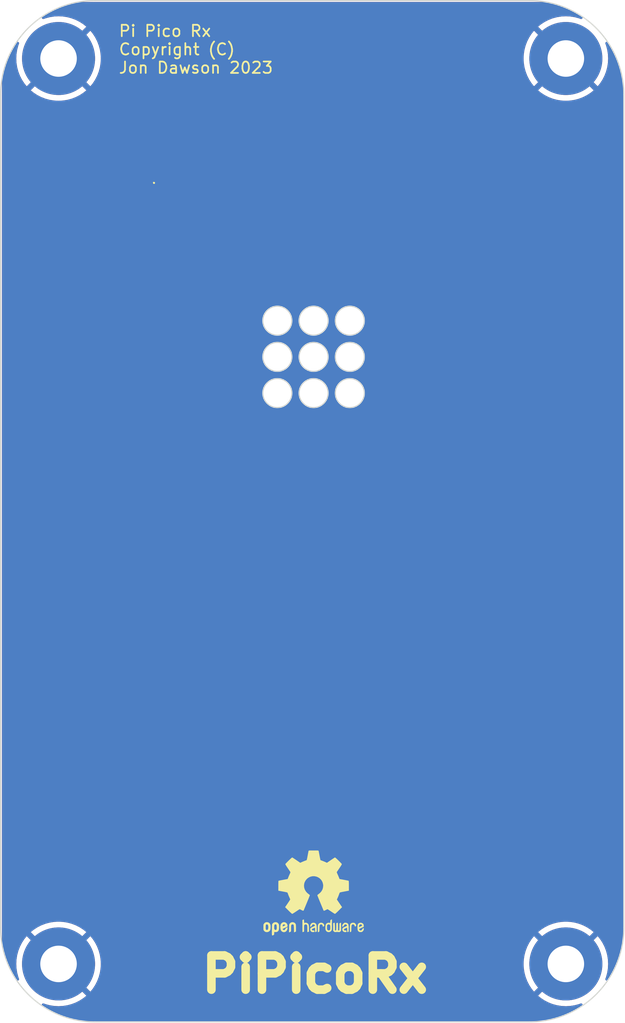
<source format=kicad_pcb>
(kicad_pcb (version 20221018) (generator pcbnew)
  (layers (0 "F.Cu" signal) (31 "B.Cu" signal) (34 "B.Paste" user) (35 "F.Paste" user) (36 "B.SilkS" user "B.Silkscreen") (37 "F.SilkS" user "F.Silkscreen") (38 "B.Mask" user) (39 "F.Mask" user) (44 "Edge.Cuts" user))
  (net 0 "")
  (net 1 "GND")
  (footprint "MountingHole:MountingHole_3.2mm_M3_Pad" (layer "F.Cu") (at 129.417834 133.227834)
    (fp_text reference "H3" hide)
    (fp_text value "MountingHole_Pad" hide)
    (pad "1" thru_hole circle (at 0 0) (size 6.4 6.4) (drill 3.2) (layers "*.Cu" "*.Mask") (net 1 "GND"))
  )
  (footprint "MountingHole:MountingHole_3.2mm_M3_Pad" (layer "F.Cu") (at 129.417834 53.852834)
    (fp_text reference "H1" hide)
    (fp_text value "MountingHole_Pad" hide)
    (pad "1" thru_hole circle (at 0 0) (size 6.4 6.4) (drill 3.2) (layers "*.Cu" "*.Mask") (net 1 "GND"))
  )
  (footprint "Symbol:OSHW-Logo2_9.8x8mm_SilkScreen" (layer "F.Cu") (at 151.765 127)
    (fp_text reference "REF**" hide)
    (fp_text value "OSHW-Logo2_9.8x8mm_SilkScreen" hide)
    (fp_poly (pts (xy 3.570807 2.636782) (xy 3.594161 2.646988) (xy 3.649902 2.691134) (xy 3.697569 2.754967) (xy 3.727048 2.823087) (xy 3.731846 2.85667) (xy 3.71576 2.903556) (xy 3.680475 2.928365) (xy 3.642644 2.943387) (xy 3.625321 2.946155) (xy 3.616886 2.926066) (xy 3.60023 2.882351) (xy 3.592923 2.862598) (xy 3.551948 2.794271) (xy 3.492622 2.760191) (xy 3.416552 2.761239) (xy 3.410918 2.762581) (xy 3.370305 2.781836) (xy 3.340448 2.819375) (xy 3.320055 2.879809) (xy 3.307836 2.967751) (xy 3.3025 3.087813) (xy 3.302 3.151698) (xy 3.301752 3.252403) (xy 3.300126 3.321054) (xy 3.295801 3.364673) (xy 3.287454 3.390282) (xy 3.273765 3.404903) (xy 3.253411 3.415558) (xy 3.252234 3.416095) (xy 3.213038 3.432667) (xy 3.193619 3.438769) (xy 3.190635 3.420319) (xy 3.188081 3.369323) (xy 3.18614 3.292308) (xy 3.184997 3.195805) (xy 3.184769 3.125184) (xy 3.185932 2.988525) (xy 3.190479 2.884851) (xy 3.199999 2.808108) (xy 3.216081 2.752246) (xy 3.240313 2.711212) (xy 3.274286 2.678954) (xy 3.307833 2.65644) (xy 3.388499 2.626476) (xy 3.482381 2.619718) (xy 3.570807 2.636782)) (stroke (width 0.01)) (fill solid) (layer "F.SilkS"))
    (fp_poly (pts (xy -1.728336 2.595089) (xy -1.665633 2.631358) (xy -1.622039 2.667358) (xy -1.590155 2.705075) (xy -1.56819 2.751199) (xy -1.554351 2.812421) (xy -1.546847 2.895431) (xy -1.543883 3.006919) (xy -1.543539 3.087062) (xy -1.543539 3.382065) (xy -1.709615 3.456515) (xy -1.719385 3.133402) (xy -1.723421 3.012729) (xy -1.727656 2.925141) (xy -1.732903 2.86465) (xy -1.739975 2.825268) (xy -1.749689 2.801007) (xy -1.762856 2.78588) (xy -1.767081 2.782606) (xy -1.831091 2.757034) (xy -1.895792 2.767153) (xy -1.934308 2.794) (xy -1.949975 2.813024) (xy -1.96082 2.837988) (xy -1.967712 2.875834) (xy -1.971521 2.933502) (xy -1.973117 3.017935) (xy -1.973385 3.105928) (xy -1.973437 3.216323) (xy -1.975328 3.294463) (xy -1.981655 3.347165) (xy -1.995017 3.381242) (xy -2.018015 3.403511) (xy -2.053246 3.420787) (xy -2.100303 3.438738) (xy -2.151697 3.458278) (xy -2.145579 3.111485) (xy -2.143116 2.986468) (xy -2.140233 2.894082) (xy -2.136102 2.827881) (xy -2.129893 2.78142) (xy -2.120774 2.748256) (xy -2.107917 2.721944) (xy -2.092416 2.698729) (xy -2.017629 2.624569) (xy -1.926372 2.581684) (xy -1.827117 2.571412) (xy -1.728336 2.595089)) (stroke (width 0.01)) (fill solid) (layer "F.SilkS"))
    (fp_poly (pts (xy 0.713362 2.62467) (xy 0.802117 2.657421) (xy 0.874022 2.71535) (xy 0.902144 2.756128) (xy 0.932802 2.830954) (xy 0.932165 2.885058) (xy 0.899987 2.921446) (xy 0.888081 2.927633) (xy 0.836675 2.946925) (xy 0.810422 2.941982) (xy 0.80153 2.909587) (xy 0.801077 2.891692) (xy 0.784797 2.825859) (xy 0.742365 2.779807) (xy 0.683388 2.757564) (xy 0.617475 2.763161) (xy 0.563895 2.792229) (xy 0.545798 2.80881) (xy 0.532971 2.828925) (xy 0.524306 2.859332) (xy 0.518696 2.906788) (xy 0.515035 2.97805) (xy 0.512215 3.079875) (xy 0.511484 3.112115) (xy 0.50882 3.22241) (xy 0.505792 3.300036) (xy 0.50125 3.351396) (xy 0.494046 3.38289) (xy 0.483033 3.40092) (xy 0.46706 3.411888) (xy 0.456834 3.416733) (xy 0.413406 3.433301) (xy 0.387842 3.438769) (xy 0.379395 3.420507) (xy 0.374239 3.365296) (xy 0.372346 3.272499) (xy 0.373689 3.141478) (xy 0.374107 3.121269) (xy 0.377058 3.001733) (xy 0.380548 2.914449) (xy 0.385514 2.852591) (xy 0.392893 2.809336) (xy 0.403624 2.77786) (xy 0.418645 2.751339) (xy 0.426502 2.739975) (xy 0.471553 2.689692) (xy 0.52194 2.650581) (xy 0.528108 2.647167) (xy 0.618458 2.620212) (xy 0.713362 2.62467)) (stroke (width 0.01)) (fill solid) (layer "F.SilkS"))
    (fp_poly (pts (xy -0.840154 2.49212) (xy -0.834428 2.57198) (xy -0.827851 2.619039) (xy -0.818738 2.639566) (xy -0.805402 2.639829) (xy -0.801077 2.637378) (xy -0.743556 2.619636) (xy -0.668732 2.620672) (xy -0.592661 2.63891) (xy -0.545082 2.662505) (xy -0.496298 2.700198) (xy -0.460636 2.742855) (xy -0.436155 2.797057) (xy -0.420913 2.869384) (xy -0.41297 2.966419) (xy -0.410384 3.094742) (xy -0.410338 3.119358) (xy -0.410308 3.39587) (xy -0.471839 3.41732) (xy -0.515541 3.431912) (xy -0.539518 3.438706) (xy -0.540223 3.438769) (xy -0.542585 3.420345) (xy -0.544594 3.369526) (xy -0.546099 3.292993) (xy -0.546947 3.19743) (xy -0.547077 3.139329) (xy -0.547349 3.024771) (xy -0.548748 2.942667) (xy -0.552151 2.886393) (xy -0.558433 2.849326) (xy -0.568471 2.824844) (xy -0.583139 2.806325) (xy -0.592298 2.797406) (xy -0.655211 2.761466) (xy -0.723864 2.758775) (xy -0.786152 2.78917) (xy -0.797671 2.800144) (xy -0.814567 2.820779) (xy -0.826286 2.845256) (xy -0.833767 2.880647) (xy -0.837946 2.934026) (xy -0.839763 3.012466) (xy -0.840154 3.120617) (xy -0.840154 3.39587) (xy -0.901685 3.41732) (xy -0.945387 3.431912) (xy -0.969364 3.438706) (xy -0.97007 3.438769) (xy -0.971874 3.420069) (xy -0.9735 3.367322) (xy -0.974883 3.285557) (xy -0.975958 3.179805) (xy -0.97666 3.055094) (xy -0.976923 2.916455) (xy -0.976923 2.381806) (xy -0.849923 2.328236) (xy -0.840154 2.49212)) (stroke (width 0.01)) (fill solid) (layer "F.SilkS"))
    (fp_poly (pts (xy 2.395929 2.636662) (xy 2.398911 2.688068) (xy 2.401247 2.766192) (xy 2.402749 2.864857) (xy 2.403231 2.968343) (xy 2.403231 3.318533) (xy 2.341401 3.380363) (xy 2.298793 3.418462) (xy 2.26139 3.433895) (xy 2.21027 3.432918) (xy 2.189978 3.430433) (xy 2.126554 3.4232) (xy 2.074095 3.419055) (xy 2.061308 3.418672) (xy 2.018199 3.421176) (xy 1.956544 3.427462) (xy 1.932638 3.430433) (xy 1.873922 3.435028) (xy 1.834464 3.425046) (xy 1.795338 3.394228) (xy 1.781215 3.380363) (xy 1.719385 3.318533) (xy 1.719385 2.663503) (xy 1.76915 2.640829) (xy 1.812002 2.624034) (xy 1.837073 2.618154) (xy 1.843501 2.636736) (xy 1.849509 2.688655) (xy 1.854697 2.768172) (xy 1.858664 2.869546) (xy 1.860577 2.955192) (xy 1.865923 3.292231) (xy 1.91256 3.298825) (xy 1.954976 3.294214) (xy 1.97576 3.279287) (xy 1.98157 3.251377) (xy 1.98653 3.191925) (xy 1.990246 3.108466) (xy 1.992324 3.008532) (xy 1.992624 2.957104) (xy 1.992923 2.661054) (xy 2.054454 2.639604) (xy 2.098004 2.62502) (xy 2.121694 2.618219) (xy 2.122377 2.618154) (xy 2.124754 2.636642) (xy 2.127366 2.687906) (xy 2.129995 2.765649) (xy 2.132421 2.863574) (xy 2.134115 2.955192) (xy 2.139461 3.292231) (xy 2.256692 3.292231) (xy 2.262072 2.984746) (xy 2.267451 2.677261) (xy 2.324601 2.647707) (xy 2.366797 2.627413) (xy 2.39177 2.618204) (xy 2.392491 2.618154) (xy 2.395929 2.636662)) (stroke (width 0.01)) (fill solid) (layer "F.SilkS"))
    (fp_poly (pts (xy -3.983114 2.587256) (xy -3.891536 2.635409) (xy -3.823951 2.712905) (xy -3.799943 2.762727) (xy -3.781262 2.837533) (xy -3.771699 2.932052) (xy -3.770792 3.03521) (xy -3.778079 3.135935) (xy -3.793097 3.223153) (xy -3.815385 3.285791) (xy -3.822235 3.296579) (xy -3.903368 3.377105) (xy -3.999734 3.425336) (xy -4.104299 3.43945) (xy -4.210032 3.417629) (xy -4.239457 3.404547) (xy -4.296759 3.364231) (xy -4.34705 3.310775) (xy -4.351803 3.303995) (xy -4.371122 3.271321) (xy -4.383892 3.236394) (xy -4.391436 3.190414) (xy -4.395076 3.124584) (xy -4.396135 3.030105) (xy -4.396154 3.008923) (xy -4.396106 3.002182) (xy -4.200769 3.002182) (xy -4.199632 3.091349) (xy -4.195159 3.15052) (xy -4.185754 3.188741) (xy -4.169824 3.215053) (xy -4.161692 3.223846) (xy -4.114942 3.257261) (xy -4.069553 3.255737) (xy -4.02366 3.226752) (xy -3.996288 3.195809) (xy -3.980077 3.150643) (xy -3.970974 3.07942) (xy -3.970349 3.071114) (xy -3.968796 2.942037) (xy -3.985035 2.846172) (xy -4.018848 2.784107) (xy -4.070016 2.756432) (xy -4.08828 2.754923) (xy -4.13624 2.762513) (xy -4.169047 2.788808) (xy -4.189105 2.839095) (xy -4.198822 2.918664) (xy -4.200769 3.002182) (xy -4.396106 3.002182) (xy -4.395426 2.908249) (xy -4.392371 2.837906) (xy -4.385678 2.789163) (xy -4.37404 2.753288) (xy -4.356147 2.721548) (xy -4.352192 2.715648) (xy -4.285733 2.636104) (xy -4.213315 2.589929) (xy -4.125151 2.571599) (xy -4.095213 2.570703) (xy -3.983114 2.587256)) (stroke (width 0.01)) (fill solid) (layer "F.SilkS"))
    (fp_poly (pts (xy 4.245224 2.647838) (xy 4.322528 2.698361) (xy 4.359814 2.74359) (xy 4.389353 2.825663) (xy 4.391699 2.890607) (xy 4.386385 2.977445) (xy 4.186115 3.065103) (xy 4.088739 3.109887) (xy 4.025113 3.145913) (xy 3.992029 3.177117) (xy 3.98628 3.207436) (xy 4.004658 3.240805) (xy 4.024923 3.262923) (xy 4.083889 3.298393) (xy 4.148024 3.300879) (xy 4.206926 3.273235) (xy 4.250197 3.21832) (xy 4.257936 3.198928) (xy 4.295006 3.138364) (xy 4.337654 3.112552) (xy 4.396154 3.090471) (xy 4.396154 3.174184) (xy 4.390982 3.23115) (xy 4.370723 3.279189) (xy 4.328262 3.334346) (xy 4.321951 3.341514) (xy 4.27472 3.390585) (xy 4.234121 3.41692) (xy 4.183328 3.429035) (xy 4.14122 3.433003) (xy 4.065902 3.433991) (xy 4.012286 3.421466) (xy 3.978838 3.402869) (xy 3.926268 3.361975) (xy 3.889879 3.317748) (xy 3.86685 3.262126) (xy 3.854359 3.187047) (xy 3.849587 3.084449) (xy 3.849206 3.032376) (xy 3.850501 2.969948) (xy 3.968471 2.969948) (xy 3.969839 3.003438) (xy 3.973249 3.008923) (xy 3.995753 3.001472) (xy 4.044182 2.981753) (xy 4.108908 2.953718) (xy 4.122443 2.947692) (xy 4.204244 2.906096) (xy 4.249312 2.869538) (xy 4.259217 2.835296) (xy 4.235526 2.800648) (xy 4.21596 2.785339) (xy 4.14536 2.754721) (xy 4.07928 2.75978) (xy 4.023959 2.797151) (xy 3.985636 2.863473) (xy 3.973349 2.916116) (xy 3.968471 2.969948) (xy 3.850501 2.969948) (xy 3.85173 2.91072) (xy 3.861032 2.82071) (xy 3.87946 2.755167) (xy 3.90936 2.706912) (xy 3.95308 2.668767) (xy 3.972141 2.65644) (xy 4.058726 2.624336) (xy 4.153522 2.622316) (xy 4.245224 2.647838)) (stroke (width 0.01)) (fill solid) (layer "F.SilkS"))
    (fp_poly (pts (xy 1.602081 2.780289) (xy 1.601833 2.92632) (xy 1.600872 3.038655) (xy 1.598794 3.122678) (xy 1.595193 3.183769) (xy 1.589665 3.227309) (xy 1.581804 3.258679) (xy 1.571207 3.283262) (xy 1.563182 3.297294) (xy 1.496728 3.373388) (xy 1.41247 3.421084) (xy 1.319249 3.438199) (xy 1.2259 3.422546) (xy 1.170312 3.394418) (xy 1.111957 3.34576) (xy 1.072186 3.286333) (xy 1.04819 3.208507) (xy 1.037161 3.104652) (xy 1.035599 3.028462) (xy 1.035809 3.022986) (xy 1.172308 3.022986) (xy 1.173141 3.110355) (xy 1.176961 3.168192) (xy 1.185746 3.206029) (xy 1.201474 3.233398) (xy 1.220266 3.254042) (xy 1.283375 3.29389) (xy 1.351137 3.297295) (xy 1.415179 3.264025) (xy 1.420164 3.259517) (xy 1.441439 3.236067) (xy 1.454779 3.208166) (xy 1.462001 3.166641) (xy 1.464923 3.102316) (xy 1.465385 3.0312) (xy 1.464383 2.941858) (xy 1.460238 2.882258) (xy 1.451236 2.843089) (xy 1.435667 2.81504) (xy 1.422902 2.800144) (xy 1.3636 2.762575) (xy 1.295301 2.758057) (xy 1.23011 2.786753) (xy 1.217528 2.797406) (xy 1.196111 2.821063) (xy 1.182744 2.849251) (xy 1.175566 2.891245) (xy 1.172719 2.956319) (xy 1.172308 3.022986) (xy 1.035809 3.022986) (xy 1.040322 2.905765) (xy 1.056362 2.813577) (xy 1.086528 2.744269) (xy 1.133629 2.690211) (xy 1.170312 2.662505) (xy 1.23699 2.632572) (xy 1.314272 2.618678) (xy 1.38611 2.622397) (xy 1.426308 2.6374) (xy 1.442082 2.64167) (xy 1.45255 2.62575) (xy 1.459856 2.583089) (xy 1.465385 2.518106) (xy 1.471437 2.445732) (xy 1.479844 2.402187) (xy 1.495141 2.377287) (xy 1.521864 2.360845) (xy 1.538654 2.353564) (xy 1.602154 2.326963) (xy 1.602081 2.780289)) (stroke (width 0.01)) (fill solid) (layer "F.SilkS"))
    (fp_poly (pts (xy -2.465746 2.599745) (xy -2.388714 2.651567) (xy -2.329184 2.726412) (xy -2.293622 2.821654) (xy -2.286429 2.891756) (xy -2.287246 2.921009) (xy -2.294086 2.943407) (xy -2.312888 2.963474) (xy -2.349592 2.985733) (xy -2.410138 3.014709) (xy -2.500466 3.054927) (xy -2.500923 3.055129) (xy -2.584067 3.09321) (xy -2.652247 3.127025) (xy -2.698495 3.152933) (xy -2.715842 3.167295) (xy -2.715846 3.167411) (xy -2.700557 3.198685) (xy -2.664804 3.233157) (xy -2.623758 3.25799) (xy -2.602963 3.262923) (xy -2.54623 3.245862) (xy -2.497373 3.203133) (xy -2.473535 3.156155) (xy -2.450603 3.121522) (xy -2.405682 3.082081) (xy -2.352877 3.048009) (xy -2.30629 3.02948) (xy -2.296548 3.028462) (xy -2.285582 3.045215) (xy -2.284921 3.088039) (xy -2.29298 3.145781) (xy -2.308173 3.207289) (xy -2.328914 3.261409) (xy -2.329962 3.26351) (xy -2.392379 3.35066) (xy -2.473274 3.409939) (xy -2.565144 3.439034) (xy -2.660487 3.435634) (xy -2.751802 3.397428) (xy -2.755862 3.394741) (xy -2.827694 3.329642) (xy -2.874927 3.244705) (xy -2.901066 3.133021) (xy -2.904574 3.101643) (xy -2.910787 2.953536) (xy -2.903339 2.884468) (xy -2.715846 2.884468) (xy -2.71341 2.927552) (xy -2.700086 2.940126) (xy -2.666868 2.930719) (xy -2.614506 2.908483) (xy -2.555976 2.88061) (xy -2.554521 2.879872) (xy -2.504911 2.853777) (xy -2.485 2.836363) (xy -2.48991 2.818107) (xy -2.510584 2.79412) (xy -2.563181 2.759406) (xy -2.619823 2.756856) (xy -2.670631 2.782119) (xy -2.705724 2.830847) (xy -2.715846 2.884468) (xy -2.903339 2.884468) (xy -2.898008 2.835036) (xy -2.865222 2.741055) (xy -2.819579 2.675215) (xy -2.737198 2.608681) (xy -2.646454 2.575676) (xy -2.553815 2.573573) (xy -2.465746 2.599745)) (stroke (width 0.01)) (fill solid) (layer "F.SilkS"))
    (fp_poly (pts (xy 0.053501 2.626303) (xy 0.13006 2.654733) (xy 0.130936 2.655279) (xy 0.178285 2.690127) (xy 0.213241 2.730852) (xy 0.237825 2.783925) (xy 0.254062 2.855814) (xy 0.263975 2.952992) (xy 0.269586 3.081928) (xy 0.270077 3.100298) (xy 0.277141 3.377287) (xy 0.217695 3.408028) (xy 0.174681 3.428802) (xy 0.14871 3.438646) (xy 0.147509 3.438769) (xy 0.143014 3.420606) (xy 0.139444 3.371612) (xy 0.137248 3.300031) (xy 0.136769 3.242068) (xy 0.136758 3.14817) (xy 0.132466 3.089203) (xy 0.117503 3.061079) (xy 0.085482 3.059706) (xy 0.030014 3.080998) (xy -0.053731 3.120136) (xy -0.115311 3.152643) (xy -0.146983 3.180845) (xy -0.156294 3.211582) (xy -0.156308 3.213104) (xy -0.140943 3.266054) (xy -0.095453 3.29466) (xy -0.025834 3.298803) (xy 0.024313 3.298084) (xy 0.050754 3.312527) (xy 0.067243 3.347218) (xy 0.076733 3.391416) (xy 0.063057 3.416493) (xy 0.057907 3.420082) (xy 0.009425 3.434496) (xy -0.058469 3.436537) (xy -0.128388 3.426983) (xy -0.177932 3.409522) (xy -0.24643 3.351364) (xy -0.285366 3.270408) (xy -0.293077 3.20716) (xy -0.287193 3.150111) (xy -0.265899 3.103542) (xy -0.223735 3.062181) (xy -0.155241 3.020755) (xy -0.054956 2.973993) (xy -0.048846 2.97135) (xy 0.04149 2.929617) (xy 0.097235 2.895391) (xy 0.121129 2.864635) (xy 0.115913 2.833311) (xy 0.084328 2.797383) (xy 0.074883 2.789116) (xy 0.011617 2.757058) (xy -0.053936 2.758407) (xy -0.111028 2.789838) (xy -0.148907 2.848024) (xy -0.152426 2.859446) (xy -0.1867 2.914837) (xy -0.230191 2.941518) (xy -0.293077 2.96796) (xy -0.293077 2.899548) (xy -0.273948 2.80011) (xy -0.217169 2.708902) (xy -0.187622 2.678389) (xy -0.120458 2.639228) (xy -0.035044 2.6215) (xy 0.053501 2.626303)) (stroke (width 0.01)) (fill solid) (layer "F.SilkS"))
    (fp_poly (pts (xy -3.231114 2.584505) (xy -3.156461 2.621727) (xy -3.090569 2.690261) (xy -3.072423 2.715648) (xy -3.052655 2.748866) (xy -3.039828 2.784945) (xy -3.03249 2.833098) (xy -3.029187 2.902536) (xy -3.028462 2.994206) (xy -3.031737 3.11983) (xy -3.043123 3.214154) (xy -3.064959 3.284523) (xy -3.099581 3.338286) (xy -3.14933 3.382788) (xy -3.152986 3.385423) (xy -3.202015 3.412377) (xy -3.261055 3.425712) (xy -3.336141 3.429) (xy -3.458205 3.429) (xy -3.458256 3.547497) (xy -3.459392 3.613492) (xy -3.466314 3.652202) (xy -3.484402 3.675419) (xy -3.519038 3.694933) (xy -3.527355 3.69892) (xy -3.56628 3.717603) (xy -3.596417 3.729403) (xy -3.618826 3.730422) (xy -3.634567 3.716761) (xy -3.644698 3.684522) (xy -3.650277 3.629804) (xy -3.652365 3.548711) (xy -3.652019 3.437344) (xy -3.6503 3.291802) (xy -3.649763 3.248269) (xy -3.647828 3.098205) (xy -3.646096 3.000042) (xy -3.458308 3.000042) (xy -3.457252 3.083364) (xy -3.452562 3.13788) (xy -3.441949 3.173837) (xy -3.423128 3.201482) (xy -3.41035 3.214965) (xy -3.35811 3.254417) (xy -3.311858 3.257628) (xy -3.264133 3.225049) (xy -3.262923 3.223846) (xy -3.243506 3.198668) (xy -3.231693 3.164447) (xy -3.225735 3.111748) (xy -3.22388 3.031131) (xy -3.223846 3.013271) (xy -3.22833 2.902175) (xy -3.242926 2.825161) (xy -3.26935 2.778147) (xy -3.309317 2.75705) (xy -3.332416 2.754923) (xy -3.387238 2.7649) (xy -3.424842 2.797752) (xy -3.447477 2.857857) (xy -3.457394 2.949598) (xy -3.458308 3.000042) (xy -3.646096 3.000042) (xy -3.645778 2.98206) (xy -3.643127 2.894679) (xy -3.639394 2.830905) (xy -3.634093 2.785582) (xy -3.626742 2.753555) (xy -3.616857 2.729668) (xy -3.603954 2.708764) (xy -3.598421 2.700898) (xy -3.525031 2.626595) (xy -3.43224 2.584467) (xy -3.324904 2.572722) (xy -3.231114 2.584505)) (stroke (width 0.01)) (fill solid) (layer "F.SilkS"))
    (fp_poly (pts (xy 2.887333 2.633528) (xy 2.94359 2.659117) (xy 2.987747 2.690124) (xy 3.020101 2.724795) (xy 3.042438 2.76952) (xy 3.056546 2.830692) (xy 3.064211 2.914701) (xy 3.06722 3.02794) (xy 3.067538 3.102509) (xy 3.067538 3.39342) (xy 3.017773 3.416095) (xy 2.978576 3.432667) (xy 2.959157 3.438769) (xy 2.955442 3.42061) (xy 2.952495 3.371648) (xy 2.950691 3.300153) (xy 2.950308 3.243385) (xy 2.948661 3.161371) (xy 2.944222 3.096309) (xy 2.93774 3.056467) (xy 2.93259 3.048) (xy 2.897977 3.056646) (xy 2.84364 3.078823) (xy 2.780722 3.108886) (xy 2.720368 3.141192) (xy 2.673721 3.170098) (xy 2.651926 3.189961) (xy 2.651839 3.190175) (xy 2.653714 3.226935) (xy 2.670525 3.262026) (xy 2.700039 3.290528) (xy 2.743116 3.300061) (xy 2.779932 3.29895) (xy 2.832074 3.298133) (xy 2.859444 3.310349) (xy 2.875882 3.342624) (xy 2.877955 3.34871) (xy 2.885081 3.394739) (xy 2.866024 3.422687) (xy 2.816353 3.436007) (xy 2.762697 3.43847) (xy 2.666142 3.42021) (xy 2.616159 3.394131) (xy 2.554429 3.332868) (xy 2.52169 3.25767) (xy 2.518753 3.178211) (xy 2.546424 3.104167) (xy 2.588047 3.057769) (xy 2.629604 3.031793) (xy 2.694922 2.998907) (xy 2.771038 2.965557) (xy 2.783726 2.960461) (xy 2.867333 2.923565) (xy 2.91553 2.891046) (xy 2.93103 2.858718) (xy 2.91655 2.822394) (xy 2.891692 2.794) (xy 2.832939 2.759039) (xy 2.768293 2.756417) (xy 2.709008 2.783358) (xy 2.666339 2.837088) (xy 2.660739 2.85095) (xy 2.628133 2.901936) (xy 2.58053 2.939787) (xy 2.520461 2.97085) (xy 2.520461 2.882768) (xy 2.523997 2.828951) (xy 2.539156 2.786534) (xy 2.572768 2.741279) (xy 2.605035 2.70642) (xy 2.655209 2.657062) (xy 2.694193 2.630547) (xy 2.736064 2.619911) (xy 2.78346 2.618154) (xy 2.887333 2.633528)) (stroke (width 0.01)) (fill solid) (layer "F.SilkS"))
    (fp_poly (pts (xy 0.139878 -3.712224) (xy 0.245612 -3.711645) (xy 0.322132 -3.710078) (xy 0.374372 -3.707028) (xy 0.407263 -3.702004) (xy 0.425737 -3.694511) (xy 0.434727 -3.684056) (xy 0.439163 -3.670147) (xy 0.439594 -3.668346) (xy 0.446333 -3.635855) (xy 0.458808 -3.571748) (xy 0.475719 -3.482849) (xy 0.495771 -3.375981) (xy 0.517664 -3.257967) (xy 0.518429 -3.253822) (xy 0.540359 -3.138169) (xy 0.560877 -3.035986) (xy 0.578659 -2.953402) (xy 0.592381 -2.896544) (xy 0.600718 -2.871542) (xy 0.601116 -2.871099) (xy 0.625677 -2.85889) (xy 0.676315 -2.838544) (xy 0.742095 -2.814455) (xy 0.742461 -2.814326) (xy 0.825317 -2.783182) (xy 0.923 -2.743509) (xy 1.015077 -2.703619) (xy 1.019434 -2.701647) (xy 1.169407 -2.63358) (xy 1.501498 -2.860361) (xy 1.603374 -2.929496) (xy 1.695657 -2.991303) (xy 1.773003 -3.042267) (xy 1.830064 -3.078873) (xy 1.861495 -3.097606) (xy 1.864479 -3.098996) (xy 1.887321 -3.09281) (xy 1.929982 -3.062965) (xy 1.994128 -3.008053) (xy 2.081421 -2.926666) (xy 2.170535 -2.840078) (xy 2.256441 -2.754753) (xy 2.333327 -2.676892) (xy 2.396564 -2.611303) (xy 2.441523 -2.562795) (xy 2.463576 -2.536175) (xy 2.464396 -2.534805) (xy 2.466834 -2.516537) (xy 2.45765 -2.486705) (xy 2.434574 -2.441279) (xy 2.395337 -2.37623) (xy 2.33767 -2.28753) (xy 2.260795 -2.173343) (xy 2.19257 -2.072838) (xy 2.131582 -1.982697) (xy 2.081356 -1.908151) (xy 2.045416 -1.854435) (xy 2.027287 -1.826782) (xy 2.026146 -1.824905) (xy 2.028359 -1.79841) (xy 2.045138 -1.746914) (xy 2.073142 -1.680149) (xy 2.083122 -1.658828) (xy 2.126672 -1.563841) (xy 2.173134 -1.456063) (xy 2.210877 -1.362808) (xy 2.238073 -1.293594) (xy 2.259675 -1.240994) (xy 2.272158 -1.213503) (xy 2.273709 -1.211384) (xy 2.296668 -1.207876) (xy 2.350786 -1.198262) (xy 2.428868 -1.183911) (xy 2.523719 -1.166193) (xy 2.628143 -1.146475) (xy 2.734944 -1.126126) (xy 2.836926 -1.106514) (xy 2.926894 -1.089009) (xy 2.997653 -1.074978) (xy 3.042006 -1.065791) (xy 3.052885 -1.063193) (xy 3.064122 -1.056782) (xy 3.072605 -1.042303) (xy 3.078714 -1.014867) (xy 3.082832 -0.969589) (xy 3.085341 -0.90158) (xy 3.086621 -0.805953) (xy 3.087054 -0.67782) (xy 3.087077 -0.625299) (xy 3.087077 -0.198155) (xy 2.9845 -0.177909) (xy 2.927431 -0.16693) (xy 2.842269 -0.150905) (xy 2.739372 -0.131767) (xy 2.629096 -0.111449) (xy 2.598615 -0.105868) (xy 2.496855 -0.086083) (xy 2.408205 -0.066627) (xy 2.340108 -0.049303) (xy 2.300004 -0.035912) (xy 2.293323 -0.031921) (xy 2.276919 -0.003658) (xy 2.253399 0.051109) (xy 2.227316 0.121588) (xy 2.222142 0.136769) (xy 2.187956 0.230896) (xy 2.145523 0.337101) (xy 2.103997 0.432473) (xy 2.103792 0.432916) (xy 2.03464 0.582525) (xy 2.489512 1.251617) (xy 2.1975 1.544116) (xy 2.10918 1.63117) (xy 2.028625 1.707909) (xy 1.96036 1.770237) (xy 1.908908 1.814056) (xy 1.878794 1.83527) (xy 1.874474 1.836616) (xy 1.849111 1.826016) (xy 1.797358 1.796547) (xy 1.724868 1.751705) (xy 1.637294 1.694984) (xy 1.542612 1.631462) (xy 1.446516 1.566668) (xy 1.360837 1.510287) (xy 1.291016 1.465788) (xy 1.242494 1.436639) (xy 1.220782 1.426308) (xy 1.194293 1.43505) (xy 1.144062 1.458087) (xy 1.080451 1.490631) (xy 1.073708 1.494249) (xy 0.988046 1.53721) (xy 0.929306 1.558279) (xy 0.892772 1.558503) (xy 0.873731 1.538928) (xy 0.87362 1.538654) (xy 0.864102 1.515472) (xy 0.841403 1.460441) (xy 0.807282 1.377822) (xy 0.7635 1.271872) (xy 0.711816 1.146852) (xy 0.653992 1.00702) (xy 0.597991 0.871637) (xy 0.536447 0.722234) (xy 0.479939 0.583832) (xy 0.430161 0.460673) (xy 0.388806 0.357002) (xy 0.357568 0.277059) (xy 0.338141 0.225088) (xy 0.332154 0.205692) (xy 0.347168 0.183443) (xy 0.386439 0.147982) (xy 0.438807 0.108887) (xy 0.587941 -0.014755) (xy 0.704511 -0.156478) (xy 0.787118 -0.313296) (xy 0.834366 -0.482225) (xy 0.844857 -0.660278) (xy 0.837231 -0.742461) (xy 0.795682 -0.912969) (xy 0.724123 -1.063541) (xy 0.626995 -1.192691) (xy 0.508734 -1.298936) (xy 0.37378 -1.38079) (xy 0.226571 -1.436768) (xy 0.071544 -1.465385) (xy -0.086861 -1.465156) (xy -0.244206 -1.434595) (xy -0.396054 -1.372218) (xy -0.537965 -1.27654) (xy -0.597197 -1.222428) (xy -0.710797 -1.08348) (xy -0.789894 -0.931639) (xy -0.835014 -0.771333) (xy -0.846684 -0.606988) (xy -0.825431 -0.443029) (xy -0.77178 -0.283882) (xy -0.68626 -0.133975) (xy -0.569395 0.002267) (xy -0.438807 0.108887) (xy -0.384412 0.149642) (xy -0.345986 0.184718) (xy -0.332154 0.205726) (xy -0.339397 0.228635) (xy -0.359995 0.283365) (xy -0.392254 0.365672) (xy -0.434479 0.471315) (xy -0.484977 0.59605) (xy -0.542052 0.735636) (xy -0.598146 0.87167) (xy -0.660033 1.021201) (xy -0.717356 1.159767) (xy -0.768356 1.283107) (xy -0.811273 1.386964) (xy -0.844347 1.46708) (xy -0.865819 1.519195) (xy -0.873775 1.538654) (xy -0.892571 1.558423) (xy -0.928926 1.558365) (xy -0.987521 1.537441) (xy -1.073032 1.494613) (xy -1.073708 1.494249) (xy -1.138093 1.461012) (xy -1.190139 1.436802) (xy -1.219488 1.426404) (xy -1.220783 1.426308) (xy -1.242876 1.436855) (xy -1.291652 1.466184) (xy -1.361669 1.510827) (xy -1.447486 1.567314) (xy -1.542612 1.631462) (xy -1.63946 1.696411) (xy -1.726747 1.752896) (xy -1.798819 1.797421) (xy -1.850023 1.82649) (xy -1.874474 1.836616) (xy -1.89699 1.823307) (xy -1.942258 1.786112) (xy -2.005756 1.729128) (xy -2.082961 1.656449) (xy -2.169349 1.572171) (xy -2.197601 1.544016) (xy -2.489713 1.251416) (xy -2.267369 0.925104) (xy -2.199798 0.824897) (xy -2.140493 0.734963) (xy -2.092783 0.66051) (xy -2.059993 0.606751) (xy -2.045452 0.578894) (xy -2.045026 0.576912) (xy -2.052692 0.550655) (xy -2.073311 0.497837) (xy -2.103315 0.42731) (xy -2.124375 0.380093) (xy -2.163752 0.289694) (xy -2.200835 0.198366) (xy -2.229585 0.1212) (xy -2.237395 0.097692) (xy -2.259583 0.034916) (xy -2.281273 -0.013589) (xy -2.293187 -0.031921) (xy -2.319477 -0.043141) (xy -2.376858 -0.059046) (xy -2.457882 -0.077833) (xy -2.555105 -0.097701) (xy -2.598615 -0.105868) (xy -2.709104 -0.126171) (xy -2.815084 -0.14583) (xy -2.906199 -0.162912) (xy -2.972092 -0.175482) (xy -2.9845 -0.177909) (xy -3.087077 -0.198155) (xy -3.087077 -0.625299) (xy -3.086847 -0.765754) (xy -3.085901 -0.872021) (xy -3.083859 -0.948987) (xy -3.080338 -1.00154) (xy -3.074957 -1.034567) (xy -3.067334 -1.052955) (xy -3.057088 -1.061592) (xy -3.052885 -1.063193) (xy -3.02753 -1.068873) (xy -2.971516 -1.080205) (xy -2.892036 -1.095821) (xy -2.796288 -1.114353) (xy -2.691467 -1.134431) (xy -2.584768 -1.154688) (xy -2.483387 -1.173754) (xy -2.394521 -1.190261) (xy -2.325363 -1.202841) (xy -2.283111 -1.210125) (xy -2.27371 -1.211384) (xy -2.265193 -1.228237) (xy -2.24634 -1.27313) (xy -2.220676 -1.33757) (xy -2.210877 -1.362808) (xy -2.171352 -1.460314) (xy -2.124808 -1.568041) (xy -2.083123 -1.658828) (xy -2.05245 -1.728247) (xy -2.032044 -1.78529) (xy -2.025232 -1.820223) (xy -2.026318 -1.824905) (xy -2.040715 -1.847009) (xy -2.073588 -1.896169) (xy -2.12141 -1.967152) (xy -2.180652 -2.054722) (xy -2.247785 -2.153643) (xy -2.261059 -2.17317) (xy -2.338954 -2.28886) (xy -2.396213 -2.376956) (xy -2.435119 -2.441514) (xy -2.457956 -2.486589) (xy -2.467006 -2.516237) (xy -2.464552 -2.534515) (xy -2.464489 -2.534631) (xy -2.445173 -2.558639) (xy -2.402449 -2.605053) (xy -2.340949 -2.669063) (xy -2.265302 -2.745855) (xy -2.180139 -2.830618) (xy -2.170535 -2.840078) (xy -2.06321 -2.944011) (xy -1.980385 -3.020325) (xy -1.920395 -3.070429) (xy -1.881577 -3.09573) (xy -1.86448 -3.098996) (xy -1.839527 -3.08475) (xy -1.787745 -3.051844) (xy -1.71448 -3.003792) (xy -1.62508 -2.94411) (xy -1.524889 -2.876312) (xy -1.501499 -2.860361) (xy -1.169407 -2.63358) (xy -1.019435 -2.701647) (xy -0.92823 -2.741315) (xy -0.830331 -2.781209) (xy -0.746169 -2.813017) (xy -0.742462 -2.814326) (xy -0.676631 -2.838424) (xy -0.625884 -2.8588) (xy -0.601158 -2.871064) (xy -0.601116 -2.871099) (xy -0.593271 -2.893266) (xy -0.579934 -2.947783) (xy -0.56243 -3.02852) (xy -0.542083 -3.12935) (xy -0.520218 -3.244144) (xy -0.518429 -3.253822) (xy -0.496496 -3.372096) (xy -0.47636 -3.479458) (xy -0.45932 -3.569083) (xy -0.446672 -3.634149) (xy -0.439716 -3.667832) (xy -0.439594 -3.668346) (xy -0.435361 -3.682675) (xy -0.427129 -3.693493) (xy -0.409967 -3.701294) (xy -0.378942 -3.706571) (xy -0.329122 -3.709818) (xy -0.255576 -3.711528) (xy -0.153371 -3.712193) (xy -0.017575 -3.712307) (xy 0 -3.712308) (xy 0.139878 -3.712224)) (stroke (width 0.01)) (fill solid) (layer "F.SilkS"))
  )
  (footprint "MountingHole:MountingHole_3.2mm_M3_Pad" (layer "F.Cu") (at 173.867834 133.227834)
    (fp_text reference "H4" hide)
    (fp_text value "MountingHole_Pad" hide)
    (pad "1" thru_hole circle (at 0 0) (size 6.4 6.4) (drill 3.2) (layers "*.Cu" "*.Mask") (net 1 "GND"))
  )
  (footprint "MountingHole:MountingHole_3.2mm_M3_Pad" (layer "F.Cu") (at 173.867834 53.852834)
    (fp_text reference "H2" hide)
    (fp_text value "MountingHole_Pad" hide)
    (pad "1" thru_hole circle (at 0 0) (size 6.4 6.4) (drill 3.2) (layers "*.Cu" "*.Mask") (net 1 "GND"))
  )
  (gr_rect (start 137.7696 64.7446) (end 137.795 64.77) (stroke (width 0.15)) (fill none) (layer "F.SilkS"))
  (gr_arc (start 178.947834 130.052834) (mid 176.529991 135.889991) (end 170.692834 138.307834) (stroke (width 0.1)) (layer "Edge.Cuts"))
  (gr_line (start 132.592834 48.772834) (end 170.692834 48.772834) (stroke (width 0.1)) (layer "Edge.Cuts"))
  (gr_circle (center 148.59 83.185) (end 149.86 83.185) (stroke (width 0.1)) (fill none) (layer "Edge.Cuts"))
  (gr_circle (center 154.94 80.01) (end 156.21 80.01) (stroke (width 0.1)) (fill none) (layer "Edge.Cuts"))
  (gr_arc (start 124.337834 57.027834) (mid 126.755669 51.190669) (end 132.592834 48.772834) (stroke (width 0.1)) (layer "Edge.Cuts"))
  (gr_line (start 132.592834 138.307834) (end 170.692834 138.307834) (stroke (width 0.1)) (layer "Edge.Cuts"))
  (gr_circle (center 148.59 80.01) (end 149.86 80.01) (stroke (width 0.1)) (fill none) (layer "Edge.Cuts"))
  (gr_line (start 124.337834 57.027834) (end 124.337834 130.052834) (stroke (width 0.1)) (layer "Edge.Cuts"))
  (gr_circle (center 154.94 83.185) (end 156.21 83.185) (stroke (width 0.1)) (fill none) (layer "Edge.Cuts"))
  (gr_circle (center 151.765 83.185) (end 153.035 83.185) (stroke (width 0.1)) (fill none) (layer "Edge.Cuts"))
  (gr_arc (start 132.592834 138.307834) (mid 126.755634 135.890015) (end 124.337834 130.052834) (stroke (width 0.1)) (layer "Edge.Cuts"))
  (gr_circle (center 148.59 76.835) (end 149.86 76.835) (stroke (width 0.1)) (fill none) (layer "Edge.Cuts"))
  (gr_circle (center 151.765 80.01) (end 153.035 80.01) (stroke (width 0.1)) (fill none) (layer "Edge.Cuts"))
  (gr_circle (center 154.94 76.835) (end 156.21 76.835) (stroke (width 0.1)) (fill none) (layer "Edge.Cuts"))
  (gr_arc (start 170.692834 48.772834) (mid 176.529966 51.190682) (end 178.947834 57.027834) (stroke (width 0.1)) (layer "Edge.Cuts"))
  (gr_circle (center 151.765 76.835) (end 153.035 76.835) (stroke (width 0.1)) (fill none) (layer "Edge.Cuts"))
  (gr_line (start 178.947834 57.027834) (end 178.947834 130.052834) (stroke (width 0.1)) (layer "Edge.Cuts"))
  (gr_text "Pi Pico Rx\nCopyright (C) \nJon Dawson 2023" (at 134.62 55.245) (layer "F.SilkS") (effects (font (size 1 1)) (justify left bottom)))
  (gr_text "PiPicoRx" (at 141.605 135.89) (layer "F.SilkS") (effects (font (size 3 3) (thickness 0.75) bold) (justify left bottom)))
  (zone (net 1) (net_name "GND") (layers "F&B.Cu") (priority 1) (connect_pads (clearance 0.5)) (min_thickness 0.25) (fill yes (thermal_gap 0.5) (thermal_bridge_width 0.5))
    (polygon (pts (xy 132.08 48.895) (xy 124.46 48.895) (xy 124.46 56.515) (xy 124.46 130.175) (xy 124.46 138.43) (xy 132.08 138.43) (xy 171.45 138.43) (xy 179.07 138.43) (xy 179.07 130.175) (xy 179.07 56.515) (xy 179.07 48.895) (xy 171.45 48.895)))
  )
)
</source>
